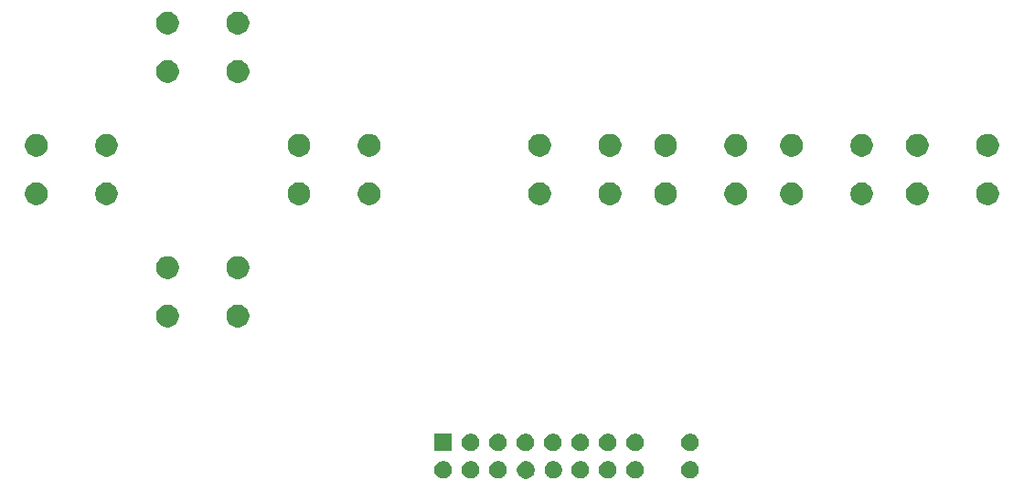
<source format=gbr>
G04 #@! TF.GenerationSoftware,KiCad,Pcbnew,5.1.4-3.fc30*
G04 #@! TF.CreationDate,2019-09-22T10:18:06+02:00*
G04 #@! TF.ProjectId,keyboard_lab1,6b657962-6f61-4726-945f-6c6162312e6b,1.0*
G04 #@! TF.SameCoordinates,Original*
G04 #@! TF.FileFunction,Soldermask,Bot*
G04 #@! TF.FilePolarity,Negative*
%FSLAX46Y46*%
G04 Gerber Fmt 4.6, Leading zero omitted, Abs format (unit mm)*
G04 Created by KiCad (PCBNEW 5.1.4-3.fc30) date 2019-09-22 10:18:06*
%MOMM*%
%LPD*%
G04 APERTURE LIST*
%ADD10C,0.100000*%
G04 APERTURE END LIST*
D10*
G36*
X126269142Y-121161242D02*
G01*
X126417101Y-121222529D01*
X126550255Y-121311499D01*
X126663501Y-121424745D01*
X126752471Y-121557899D01*
X126813758Y-121705858D01*
X126845000Y-121862925D01*
X126845000Y-122023075D01*
X126813758Y-122180142D01*
X126752471Y-122328101D01*
X126663501Y-122461255D01*
X126550255Y-122574501D01*
X126417101Y-122663471D01*
X126269142Y-122724758D01*
X126112075Y-122756000D01*
X125951925Y-122756000D01*
X125794858Y-122724758D01*
X125646899Y-122663471D01*
X125513745Y-122574501D01*
X125400499Y-122461255D01*
X125311529Y-122328101D01*
X125250242Y-122180142D01*
X125219000Y-122023075D01*
X125219000Y-121862925D01*
X125250242Y-121705858D01*
X125311529Y-121557899D01*
X125400499Y-121424745D01*
X125513745Y-121311499D01*
X125646899Y-121222529D01*
X125794858Y-121161242D01*
X125951925Y-121130000D01*
X126112075Y-121130000D01*
X126269142Y-121161242D01*
X126269142Y-121161242D01*
G37*
G36*
X141479142Y-121151242D02*
G01*
X141627101Y-121212529D01*
X141760255Y-121301499D01*
X141873501Y-121414745D01*
X141962471Y-121547899D01*
X142023758Y-121695858D01*
X142055000Y-121852925D01*
X142055000Y-122013075D01*
X142023758Y-122170142D01*
X141962471Y-122318101D01*
X141873501Y-122451255D01*
X141760255Y-122564501D01*
X141627101Y-122653471D01*
X141479142Y-122714758D01*
X141322075Y-122746000D01*
X141161925Y-122746000D01*
X141004858Y-122714758D01*
X140856899Y-122653471D01*
X140723745Y-122564501D01*
X140610499Y-122451255D01*
X140521529Y-122318101D01*
X140460242Y-122170142D01*
X140429000Y-122013075D01*
X140429000Y-121852925D01*
X140460242Y-121695858D01*
X140521529Y-121547899D01*
X140610499Y-121414745D01*
X140723745Y-121301499D01*
X140856899Y-121212529D01*
X141004858Y-121151242D01*
X141161925Y-121120000D01*
X141322075Y-121120000D01*
X141479142Y-121151242D01*
X141479142Y-121151242D01*
G37*
G36*
X118619142Y-121151242D02*
G01*
X118767101Y-121212529D01*
X118900255Y-121301499D01*
X119013501Y-121414745D01*
X119102471Y-121547899D01*
X119163758Y-121695858D01*
X119195000Y-121852925D01*
X119195000Y-122013075D01*
X119163758Y-122170142D01*
X119102471Y-122318101D01*
X119013501Y-122451255D01*
X118900255Y-122564501D01*
X118767101Y-122653471D01*
X118619142Y-122714758D01*
X118462075Y-122746000D01*
X118301925Y-122746000D01*
X118144858Y-122714758D01*
X117996899Y-122653471D01*
X117863745Y-122564501D01*
X117750499Y-122451255D01*
X117661529Y-122318101D01*
X117600242Y-122170142D01*
X117569000Y-122013075D01*
X117569000Y-121852925D01*
X117600242Y-121695858D01*
X117661529Y-121547899D01*
X117750499Y-121414745D01*
X117863745Y-121301499D01*
X117996899Y-121212529D01*
X118144858Y-121151242D01*
X118301925Y-121120000D01*
X118462075Y-121120000D01*
X118619142Y-121151242D01*
X118619142Y-121151242D01*
G37*
G36*
X121159142Y-121151242D02*
G01*
X121307101Y-121212529D01*
X121440255Y-121301499D01*
X121553501Y-121414745D01*
X121642471Y-121547899D01*
X121703758Y-121695858D01*
X121735000Y-121852925D01*
X121735000Y-122013075D01*
X121703758Y-122170142D01*
X121642471Y-122318101D01*
X121553501Y-122451255D01*
X121440255Y-122564501D01*
X121307101Y-122653471D01*
X121159142Y-122714758D01*
X121002075Y-122746000D01*
X120841925Y-122746000D01*
X120684858Y-122714758D01*
X120536899Y-122653471D01*
X120403745Y-122564501D01*
X120290499Y-122451255D01*
X120201529Y-122318101D01*
X120140242Y-122170142D01*
X120109000Y-122013075D01*
X120109000Y-121852925D01*
X120140242Y-121695858D01*
X120201529Y-121547899D01*
X120290499Y-121414745D01*
X120403745Y-121301499D01*
X120536899Y-121212529D01*
X120684858Y-121151242D01*
X120841925Y-121120000D01*
X121002075Y-121120000D01*
X121159142Y-121151242D01*
X121159142Y-121151242D01*
G37*
G36*
X123699142Y-121151242D02*
G01*
X123847101Y-121212529D01*
X123980255Y-121301499D01*
X124093501Y-121414745D01*
X124182471Y-121547899D01*
X124243758Y-121695858D01*
X124275000Y-121852925D01*
X124275000Y-122013075D01*
X124243758Y-122170142D01*
X124182471Y-122318101D01*
X124093501Y-122451255D01*
X123980255Y-122564501D01*
X123847101Y-122653471D01*
X123699142Y-122714758D01*
X123542075Y-122746000D01*
X123381925Y-122746000D01*
X123224858Y-122714758D01*
X123076899Y-122653471D01*
X122943745Y-122564501D01*
X122830499Y-122451255D01*
X122741529Y-122318101D01*
X122680242Y-122170142D01*
X122649000Y-122013075D01*
X122649000Y-121852925D01*
X122680242Y-121695858D01*
X122741529Y-121547899D01*
X122830499Y-121414745D01*
X122943745Y-121301499D01*
X123076899Y-121212529D01*
X123224858Y-121151242D01*
X123381925Y-121120000D01*
X123542075Y-121120000D01*
X123699142Y-121151242D01*
X123699142Y-121151242D01*
G37*
G36*
X128819142Y-121151242D02*
G01*
X128967101Y-121212529D01*
X129100255Y-121301499D01*
X129213501Y-121414745D01*
X129302471Y-121547899D01*
X129363758Y-121695858D01*
X129395000Y-121852925D01*
X129395000Y-122013075D01*
X129363758Y-122170142D01*
X129302471Y-122318101D01*
X129213501Y-122451255D01*
X129100255Y-122564501D01*
X128967101Y-122653471D01*
X128819142Y-122714758D01*
X128662075Y-122746000D01*
X128501925Y-122746000D01*
X128344858Y-122714758D01*
X128196899Y-122653471D01*
X128063745Y-122564501D01*
X127950499Y-122451255D01*
X127861529Y-122318101D01*
X127800242Y-122170142D01*
X127769000Y-122013075D01*
X127769000Y-121852925D01*
X127800242Y-121695858D01*
X127861529Y-121547899D01*
X127950499Y-121414745D01*
X128063745Y-121301499D01*
X128196899Y-121212529D01*
X128344858Y-121151242D01*
X128501925Y-121120000D01*
X128662075Y-121120000D01*
X128819142Y-121151242D01*
X128819142Y-121151242D01*
G37*
G36*
X131319142Y-121151242D02*
G01*
X131467101Y-121212529D01*
X131600255Y-121301499D01*
X131713501Y-121414745D01*
X131802471Y-121547899D01*
X131863758Y-121695858D01*
X131895000Y-121852925D01*
X131895000Y-122013075D01*
X131863758Y-122170142D01*
X131802471Y-122318101D01*
X131713501Y-122451255D01*
X131600255Y-122564501D01*
X131467101Y-122653471D01*
X131319142Y-122714758D01*
X131162075Y-122746000D01*
X131001925Y-122746000D01*
X130844858Y-122714758D01*
X130696899Y-122653471D01*
X130563745Y-122564501D01*
X130450499Y-122451255D01*
X130361529Y-122318101D01*
X130300242Y-122170142D01*
X130269000Y-122013075D01*
X130269000Y-121852925D01*
X130300242Y-121695858D01*
X130361529Y-121547899D01*
X130450499Y-121414745D01*
X130563745Y-121301499D01*
X130696899Y-121212529D01*
X130844858Y-121151242D01*
X131001925Y-121120000D01*
X131162075Y-121120000D01*
X131319142Y-121151242D01*
X131319142Y-121151242D01*
G37*
G36*
X133859142Y-121151242D02*
G01*
X134007101Y-121212529D01*
X134140255Y-121301499D01*
X134253501Y-121414745D01*
X134342471Y-121547899D01*
X134403758Y-121695858D01*
X134435000Y-121852925D01*
X134435000Y-122013075D01*
X134403758Y-122170142D01*
X134342471Y-122318101D01*
X134253501Y-122451255D01*
X134140255Y-122564501D01*
X134007101Y-122653471D01*
X133859142Y-122714758D01*
X133702075Y-122746000D01*
X133541925Y-122746000D01*
X133384858Y-122714758D01*
X133236899Y-122653471D01*
X133103745Y-122564501D01*
X132990499Y-122451255D01*
X132901529Y-122318101D01*
X132840242Y-122170142D01*
X132809000Y-122013075D01*
X132809000Y-121852925D01*
X132840242Y-121695858D01*
X132901529Y-121547899D01*
X132990499Y-121414745D01*
X133103745Y-121301499D01*
X133236899Y-121212529D01*
X133384858Y-121151242D01*
X133541925Y-121120000D01*
X133702075Y-121120000D01*
X133859142Y-121151242D01*
X133859142Y-121151242D01*
G37*
G36*
X136399142Y-121151242D02*
G01*
X136547101Y-121212529D01*
X136680255Y-121301499D01*
X136793501Y-121414745D01*
X136882471Y-121547899D01*
X136943758Y-121695858D01*
X136975000Y-121852925D01*
X136975000Y-122013075D01*
X136943758Y-122170142D01*
X136882471Y-122318101D01*
X136793501Y-122451255D01*
X136680255Y-122564501D01*
X136547101Y-122653471D01*
X136399142Y-122714758D01*
X136242075Y-122746000D01*
X136081925Y-122746000D01*
X135924858Y-122714758D01*
X135776899Y-122653471D01*
X135643745Y-122564501D01*
X135530499Y-122451255D01*
X135441529Y-122318101D01*
X135380242Y-122170142D01*
X135349000Y-122013075D01*
X135349000Y-121852925D01*
X135380242Y-121695858D01*
X135441529Y-121547899D01*
X135530499Y-121414745D01*
X135643745Y-121301499D01*
X135776899Y-121212529D01*
X135924858Y-121151242D01*
X136081925Y-121120000D01*
X136242075Y-121120000D01*
X136399142Y-121151242D01*
X136399142Y-121151242D01*
G37*
G36*
X126239142Y-118611242D02*
G01*
X126387101Y-118672529D01*
X126520255Y-118761499D01*
X126633501Y-118874745D01*
X126722471Y-119007899D01*
X126783758Y-119155858D01*
X126815000Y-119312925D01*
X126815000Y-119473075D01*
X126783758Y-119630142D01*
X126722471Y-119778101D01*
X126633501Y-119911255D01*
X126520255Y-120024501D01*
X126387101Y-120113471D01*
X126239142Y-120174758D01*
X126082075Y-120206000D01*
X125921925Y-120206000D01*
X125764858Y-120174758D01*
X125616899Y-120113471D01*
X125483745Y-120024501D01*
X125370499Y-119911255D01*
X125281529Y-119778101D01*
X125220242Y-119630142D01*
X125189000Y-119473075D01*
X125189000Y-119312925D01*
X125220242Y-119155858D01*
X125281529Y-119007899D01*
X125370499Y-118874745D01*
X125483745Y-118761499D01*
X125616899Y-118672529D01*
X125764858Y-118611242D01*
X125921925Y-118580000D01*
X126082075Y-118580000D01*
X126239142Y-118611242D01*
X126239142Y-118611242D01*
G37*
G36*
X119195000Y-120206000D02*
G01*
X117569000Y-120206000D01*
X117569000Y-118580000D01*
X119195000Y-118580000D01*
X119195000Y-120206000D01*
X119195000Y-120206000D01*
G37*
G36*
X121159142Y-118611242D02*
G01*
X121307101Y-118672529D01*
X121440255Y-118761499D01*
X121553501Y-118874745D01*
X121642471Y-119007899D01*
X121703758Y-119155858D01*
X121735000Y-119312925D01*
X121735000Y-119473075D01*
X121703758Y-119630142D01*
X121642471Y-119778101D01*
X121553501Y-119911255D01*
X121440255Y-120024501D01*
X121307101Y-120113471D01*
X121159142Y-120174758D01*
X121002075Y-120206000D01*
X120841925Y-120206000D01*
X120684858Y-120174758D01*
X120536899Y-120113471D01*
X120403745Y-120024501D01*
X120290499Y-119911255D01*
X120201529Y-119778101D01*
X120140242Y-119630142D01*
X120109000Y-119473075D01*
X120109000Y-119312925D01*
X120140242Y-119155858D01*
X120201529Y-119007899D01*
X120290499Y-118874745D01*
X120403745Y-118761499D01*
X120536899Y-118672529D01*
X120684858Y-118611242D01*
X120841925Y-118580000D01*
X121002075Y-118580000D01*
X121159142Y-118611242D01*
X121159142Y-118611242D01*
G37*
G36*
X123699142Y-118611242D02*
G01*
X123847101Y-118672529D01*
X123980255Y-118761499D01*
X124093501Y-118874745D01*
X124182471Y-119007899D01*
X124243758Y-119155858D01*
X124275000Y-119312925D01*
X124275000Y-119473075D01*
X124243758Y-119630142D01*
X124182471Y-119778101D01*
X124093501Y-119911255D01*
X123980255Y-120024501D01*
X123847101Y-120113471D01*
X123699142Y-120174758D01*
X123542075Y-120206000D01*
X123381925Y-120206000D01*
X123224858Y-120174758D01*
X123076899Y-120113471D01*
X122943745Y-120024501D01*
X122830499Y-119911255D01*
X122741529Y-119778101D01*
X122680242Y-119630142D01*
X122649000Y-119473075D01*
X122649000Y-119312925D01*
X122680242Y-119155858D01*
X122741529Y-119007899D01*
X122830499Y-118874745D01*
X122943745Y-118761499D01*
X123076899Y-118672529D01*
X123224858Y-118611242D01*
X123381925Y-118580000D01*
X123542075Y-118580000D01*
X123699142Y-118611242D01*
X123699142Y-118611242D01*
G37*
G36*
X128779142Y-118611242D02*
G01*
X128927101Y-118672529D01*
X129060255Y-118761499D01*
X129173501Y-118874745D01*
X129262471Y-119007899D01*
X129323758Y-119155858D01*
X129355000Y-119312925D01*
X129355000Y-119473075D01*
X129323758Y-119630142D01*
X129262471Y-119778101D01*
X129173501Y-119911255D01*
X129060255Y-120024501D01*
X128927101Y-120113471D01*
X128779142Y-120174758D01*
X128622075Y-120206000D01*
X128461925Y-120206000D01*
X128304858Y-120174758D01*
X128156899Y-120113471D01*
X128023745Y-120024501D01*
X127910499Y-119911255D01*
X127821529Y-119778101D01*
X127760242Y-119630142D01*
X127729000Y-119473075D01*
X127729000Y-119312925D01*
X127760242Y-119155858D01*
X127821529Y-119007899D01*
X127910499Y-118874745D01*
X128023745Y-118761499D01*
X128156899Y-118672529D01*
X128304858Y-118611242D01*
X128461925Y-118580000D01*
X128622075Y-118580000D01*
X128779142Y-118611242D01*
X128779142Y-118611242D01*
G37*
G36*
X133859142Y-118611242D02*
G01*
X134007101Y-118672529D01*
X134140255Y-118761499D01*
X134253501Y-118874745D01*
X134342471Y-119007899D01*
X134403758Y-119155858D01*
X134435000Y-119312925D01*
X134435000Y-119473075D01*
X134403758Y-119630142D01*
X134342471Y-119778101D01*
X134253501Y-119911255D01*
X134140255Y-120024501D01*
X134007101Y-120113471D01*
X133859142Y-120174758D01*
X133702075Y-120206000D01*
X133541925Y-120206000D01*
X133384858Y-120174758D01*
X133236899Y-120113471D01*
X133103745Y-120024501D01*
X132990499Y-119911255D01*
X132901529Y-119778101D01*
X132840242Y-119630142D01*
X132809000Y-119473075D01*
X132809000Y-119312925D01*
X132840242Y-119155858D01*
X132901529Y-119007899D01*
X132990499Y-118874745D01*
X133103745Y-118761499D01*
X133236899Y-118672529D01*
X133384858Y-118611242D01*
X133541925Y-118580000D01*
X133702075Y-118580000D01*
X133859142Y-118611242D01*
X133859142Y-118611242D01*
G37*
G36*
X131319142Y-118611242D02*
G01*
X131467101Y-118672529D01*
X131600255Y-118761499D01*
X131713501Y-118874745D01*
X131802471Y-119007899D01*
X131863758Y-119155858D01*
X131895000Y-119312925D01*
X131895000Y-119473075D01*
X131863758Y-119630142D01*
X131802471Y-119778101D01*
X131713501Y-119911255D01*
X131600255Y-120024501D01*
X131467101Y-120113471D01*
X131319142Y-120174758D01*
X131162075Y-120206000D01*
X131001925Y-120206000D01*
X130844858Y-120174758D01*
X130696899Y-120113471D01*
X130563745Y-120024501D01*
X130450499Y-119911255D01*
X130361529Y-119778101D01*
X130300242Y-119630142D01*
X130269000Y-119473075D01*
X130269000Y-119312925D01*
X130300242Y-119155858D01*
X130361529Y-119007899D01*
X130450499Y-118874745D01*
X130563745Y-118761499D01*
X130696899Y-118672529D01*
X130844858Y-118611242D01*
X131001925Y-118580000D01*
X131162075Y-118580000D01*
X131319142Y-118611242D01*
X131319142Y-118611242D01*
G37*
G36*
X136399142Y-118611242D02*
G01*
X136547101Y-118672529D01*
X136680255Y-118761499D01*
X136793501Y-118874745D01*
X136882471Y-119007899D01*
X136943758Y-119155858D01*
X136975000Y-119312925D01*
X136975000Y-119473075D01*
X136943758Y-119630142D01*
X136882471Y-119778101D01*
X136793501Y-119911255D01*
X136680255Y-120024501D01*
X136547101Y-120113471D01*
X136399142Y-120174758D01*
X136242075Y-120206000D01*
X136081925Y-120206000D01*
X135924858Y-120174758D01*
X135776899Y-120113471D01*
X135643745Y-120024501D01*
X135530499Y-119911255D01*
X135441529Y-119778101D01*
X135380242Y-119630142D01*
X135349000Y-119473075D01*
X135349000Y-119312925D01*
X135380242Y-119155858D01*
X135441529Y-119007899D01*
X135530499Y-118874745D01*
X135643745Y-118761499D01*
X135776899Y-118672529D01*
X135924858Y-118611242D01*
X136081925Y-118580000D01*
X136242075Y-118580000D01*
X136399142Y-118611242D01*
X136399142Y-118611242D01*
G37*
G36*
X141479142Y-118611242D02*
G01*
X141627101Y-118672529D01*
X141760255Y-118761499D01*
X141873501Y-118874745D01*
X141962471Y-119007899D01*
X142023758Y-119155858D01*
X142055000Y-119312925D01*
X142055000Y-119473075D01*
X142023758Y-119630142D01*
X141962471Y-119778101D01*
X141873501Y-119911255D01*
X141760255Y-120024501D01*
X141627101Y-120113471D01*
X141479142Y-120174758D01*
X141322075Y-120206000D01*
X141161925Y-120206000D01*
X141004858Y-120174758D01*
X140856899Y-120113471D01*
X140723745Y-120024501D01*
X140610499Y-119911255D01*
X140521529Y-119778101D01*
X140460242Y-119630142D01*
X140429000Y-119473075D01*
X140429000Y-119312925D01*
X140460242Y-119155858D01*
X140521529Y-119007899D01*
X140610499Y-118874745D01*
X140723745Y-118761499D01*
X140856899Y-118672529D01*
X141004858Y-118611242D01*
X141161925Y-118580000D01*
X141322075Y-118580000D01*
X141479142Y-118611242D01*
X141479142Y-118611242D01*
G37*
G36*
X93170564Y-106646389D02*
G01*
X93361833Y-106725615D01*
X93361835Y-106725616D01*
X93533973Y-106840635D01*
X93680365Y-106987027D01*
X93795385Y-107159167D01*
X93874611Y-107350436D01*
X93915000Y-107553484D01*
X93915000Y-107760516D01*
X93874611Y-107963564D01*
X93795385Y-108154833D01*
X93795384Y-108154835D01*
X93680365Y-108326973D01*
X93533973Y-108473365D01*
X93361835Y-108588384D01*
X93361834Y-108588385D01*
X93361833Y-108588385D01*
X93170564Y-108667611D01*
X92967516Y-108708000D01*
X92760484Y-108708000D01*
X92557436Y-108667611D01*
X92366167Y-108588385D01*
X92366166Y-108588385D01*
X92366165Y-108588384D01*
X92194027Y-108473365D01*
X92047635Y-108326973D01*
X91932616Y-108154835D01*
X91932615Y-108154833D01*
X91853389Y-107963564D01*
X91813000Y-107760516D01*
X91813000Y-107553484D01*
X91853389Y-107350436D01*
X91932615Y-107159167D01*
X92047635Y-106987027D01*
X92194027Y-106840635D01*
X92366165Y-106725616D01*
X92366167Y-106725615D01*
X92557436Y-106646389D01*
X92760484Y-106606000D01*
X92967516Y-106606000D01*
X93170564Y-106646389D01*
X93170564Y-106646389D01*
G37*
G36*
X99670564Y-106646389D02*
G01*
X99861833Y-106725615D01*
X99861835Y-106725616D01*
X100033973Y-106840635D01*
X100180365Y-106987027D01*
X100295385Y-107159167D01*
X100374611Y-107350436D01*
X100415000Y-107553484D01*
X100415000Y-107760516D01*
X100374611Y-107963564D01*
X100295385Y-108154833D01*
X100295384Y-108154835D01*
X100180365Y-108326973D01*
X100033973Y-108473365D01*
X99861835Y-108588384D01*
X99861834Y-108588385D01*
X99861833Y-108588385D01*
X99670564Y-108667611D01*
X99467516Y-108708000D01*
X99260484Y-108708000D01*
X99057436Y-108667611D01*
X98866167Y-108588385D01*
X98866166Y-108588385D01*
X98866165Y-108588384D01*
X98694027Y-108473365D01*
X98547635Y-108326973D01*
X98432616Y-108154835D01*
X98432615Y-108154833D01*
X98353389Y-107963564D01*
X98313000Y-107760516D01*
X98313000Y-107553484D01*
X98353389Y-107350436D01*
X98432615Y-107159167D01*
X98547635Y-106987027D01*
X98694027Y-106840635D01*
X98866165Y-106725616D01*
X98866167Y-106725615D01*
X99057436Y-106646389D01*
X99260484Y-106606000D01*
X99467516Y-106606000D01*
X99670564Y-106646389D01*
X99670564Y-106646389D01*
G37*
G36*
X99670564Y-102146389D02*
G01*
X99861833Y-102225615D01*
X99861835Y-102225616D01*
X100033973Y-102340635D01*
X100180365Y-102487027D01*
X100295385Y-102659167D01*
X100374611Y-102850436D01*
X100415000Y-103053484D01*
X100415000Y-103260516D01*
X100374611Y-103463564D01*
X100295385Y-103654833D01*
X100295384Y-103654835D01*
X100180365Y-103826973D01*
X100033973Y-103973365D01*
X99861835Y-104088384D01*
X99861834Y-104088385D01*
X99861833Y-104088385D01*
X99670564Y-104167611D01*
X99467516Y-104208000D01*
X99260484Y-104208000D01*
X99057436Y-104167611D01*
X98866167Y-104088385D01*
X98866166Y-104088385D01*
X98866165Y-104088384D01*
X98694027Y-103973365D01*
X98547635Y-103826973D01*
X98432616Y-103654835D01*
X98432615Y-103654833D01*
X98353389Y-103463564D01*
X98313000Y-103260516D01*
X98313000Y-103053484D01*
X98353389Y-102850436D01*
X98432615Y-102659167D01*
X98547635Y-102487027D01*
X98694027Y-102340635D01*
X98866165Y-102225616D01*
X98866167Y-102225615D01*
X99057436Y-102146389D01*
X99260484Y-102106000D01*
X99467516Y-102106000D01*
X99670564Y-102146389D01*
X99670564Y-102146389D01*
G37*
G36*
X93170564Y-102146389D02*
G01*
X93361833Y-102225615D01*
X93361835Y-102225616D01*
X93533973Y-102340635D01*
X93680365Y-102487027D01*
X93795385Y-102659167D01*
X93874611Y-102850436D01*
X93915000Y-103053484D01*
X93915000Y-103260516D01*
X93874611Y-103463564D01*
X93795385Y-103654833D01*
X93795384Y-103654835D01*
X93680365Y-103826973D01*
X93533973Y-103973365D01*
X93361835Y-104088384D01*
X93361834Y-104088385D01*
X93361833Y-104088385D01*
X93170564Y-104167611D01*
X92967516Y-104208000D01*
X92760484Y-104208000D01*
X92557436Y-104167611D01*
X92366167Y-104088385D01*
X92366166Y-104088385D01*
X92366165Y-104088384D01*
X92194027Y-103973365D01*
X92047635Y-103826973D01*
X91932616Y-103654835D01*
X91932615Y-103654833D01*
X91853389Y-103463564D01*
X91813000Y-103260516D01*
X91813000Y-103053484D01*
X91853389Y-102850436D01*
X91932615Y-102659167D01*
X92047635Y-102487027D01*
X92194027Y-102340635D01*
X92366165Y-102225616D01*
X92366167Y-102225615D01*
X92557436Y-102146389D01*
X92760484Y-102106000D01*
X92967516Y-102106000D01*
X93170564Y-102146389D01*
X93170564Y-102146389D01*
G37*
G36*
X127629564Y-95303989D02*
G01*
X127820833Y-95383215D01*
X127820835Y-95383216D01*
X127992973Y-95498235D01*
X128139365Y-95644627D01*
X128254385Y-95816767D01*
X128333611Y-96008036D01*
X128374000Y-96211084D01*
X128374000Y-96418116D01*
X128333611Y-96621164D01*
X128254385Y-96812433D01*
X128254384Y-96812435D01*
X128139365Y-96984573D01*
X127992973Y-97130965D01*
X127820835Y-97245984D01*
X127820834Y-97245985D01*
X127820833Y-97245985D01*
X127629564Y-97325211D01*
X127426516Y-97365600D01*
X127219484Y-97365600D01*
X127016436Y-97325211D01*
X126825167Y-97245985D01*
X126825166Y-97245985D01*
X126825165Y-97245984D01*
X126653027Y-97130965D01*
X126506635Y-96984573D01*
X126391616Y-96812435D01*
X126391615Y-96812433D01*
X126312389Y-96621164D01*
X126272000Y-96418116D01*
X126272000Y-96211084D01*
X126312389Y-96008036D01*
X126391615Y-95816767D01*
X126506635Y-95644627D01*
X126653027Y-95498235D01*
X126825165Y-95383216D01*
X126825167Y-95383215D01*
X127016436Y-95303989D01*
X127219484Y-95263600D01*
X127426516Y-95263600D01*
X127629564Y-95303989D01*
X127629564Y-95303989D01*
G37*
G36*
X105332564Y-95303989D02*
G01*
X105523833Y-95383215D01*
X105523835Y-95383216D01*
X105695973Y-95498235D01*
X105842365Y-95644627D01*
X105957385Y-95816767D01*
X106036611Y-96008036D01*
X106077000Y-96211084D01*
X106077000Y-96418116D01*
X106036611Y-96621164D01*
X105957385Y-96812433D01*
X105957384Y-96812435D01*
X105842365Y-96984573D01*
X105695973Y-97130965D01*
X105523835Y-97245984D01*
X105523834Y-97245985D01*
X105523833Y-97245985D01*
X105332564Y-97325211D01*
X105129516Y-97365600D01*
X104922484Y-97365600D01*
X104719436Y-97325211D01*
X104528167Y-97245985D01*
X104528166Y-97245985D01*
X104528165Y-97245984D01*
X104356027Y-97130965D01*
X104209635Y-96984573D01*
X104094616Y-96812435D01*
X104094615Y-96812433D01*
X104015389Y-96621164D01*
X103975000Y-96418116D01*
X103975000Y-96211084D01*
X104015389Y-96008036D01*
X104094615Y-95816767D01*
X104209635Y-95644627D01*
X104356027Y-95498235D01*
X104528165Y-95383216D01*
X104528167Y-95383215D01*
X104719436Y-95303989D01*
X104922484Y-95263600D01*
X105129516Y-95263600D01*
X105332564Y-95303989D01*
X105332564Y-95303989D01*
G37*
G36*
X111832564Y-95303989D02*
G01*
X112023833Y-95383215D01*
X112023835Y-95383216D01*
X112195973Y-95498235D01*
X112342365Y-95644627D01*
X112457385Y-95816767D01*
X112536611Y-96008036D01*
X112577000Y-96211084D01*
X112577000Y-96418116D01*
X112536611Y-96621164D01*
X112457385Y-96812433D01*
X112457384Y-96812435D01*
X112342365Y-96984573D01*
X112195973Y-97130965D01*
X112023835Y-97245984D01*
X112023834Y-97245985D01*
X112023833Y-97245985D01*
X111832564Y-97325211D01*
X111629516Y-97365600D01*
X111422484Y-97365600D01*
X111219436Y-97325211D01*
X111028167Y-97245985D01*
X111028166Y-97245985D01*
X111028165Y-97245984D01*
X110856027Y-97130965D01*
X110709635Y-96984573D01*
X110594616Y-96812435D01*
X110594615Y-96812433D01*
X110515389Y-96621164D01*
X110475000Y-96418116D01*
X110475000Y-96211084D01*
X110515389Y-96008036D01*
X110594615Y-95816767D01*
X110709635Y-95644627D01*
X110856027Y-95498235D01*
X111028165Y-95383216D01*
X111028167Y-95383215D01*
X111219436Y-95303989D01*
X111422484Y-95263600D01*
X111629516Y-95263600D01*
X111832564Y-95303989D01*
X111832564Y-95303989D01*
G37*
G36*
X162599564Y-95303989D02*
G01*
X162790833Y-95383215D01*
X162790835Y-95383216D01*
X162962973Y-95498235D01*
X163109365Y-95644627D01*
X163224385Y-95816767D01*
X163303611Y-96008036D01*
X163344000Y-96211084D01*
X163344000Y-96418116D01*
X163303611Y-96621164D01*
X163224385Y-96812433D01*
X163224384Y-96812435D01*
X163109365Y-96984573D01*
X162962973Y-97130965D01*
X162790835Y-97245984D01*
X162790834Y-97245985D01*
X162790833Y-97245985D01*
X162599564Y-97325211D01*
X162396516Y-97365600D01*
X162189484Y-97365600D01*
X161986436Y-97325211D01*
X161795167Y-97245985D01*
X161795166Y-97245985D01*
X161795165Y-97245984D01*
X161623027Y-97130965D01*
X161476635Y-96984573D01*
X161361616Y-96812435D01*
X161361615Y-96812433D01*
X161282389Y-96621164D01*
X161242000Y-96418116D01*
X161242000Y-96211084D01*
X161282389Y-96008036D01*
X161361615Y-95816767D01*
X161476635Y-95644627D01*
X161623027Y-95498235D01*
X161795165Y-95383216D01*
X161795167Y-95383215D01*
X161986436Y-95303989D01*
X162189484Y-95263600D01*
X162396516Y-95263600D01*
X162599564Y-95303989D01*
X162599564Y-95303989D01*
G37*
G36*
X134129564Y-95303989D02*
G01*
X134320833Y-95383215D01*
X134320835Y-95383216D01*
X134492973Y-95498235D01*
X134639365Y-95644627D01*
X134754385Y-95816767D01*
X134833611Y-96008036D01*
X134874000Y-96211084D01*
X134874000Y-96418116D01*
X134833611Y-96621164D01*
X134754385Y-96812433D01*
X134754384Y-96812435D01*
X134639365Y-96984573D01*
X134492973Y-97130965D01*
X134320835Y-97245984D01*
X134320834Y-97245985D01*
X134320833Y-97245985D01*
X134129564Y-97325211D01*
X133926516Y-97365600D01*
X133719484Y-97365600D01*
X133516436Y-97325211D01*
X133325167Y-97245985D01*
X133325166Y-97245985D01*
X133325165Y-97245984D01*
X133153027Y-97130965D01*
X133006635Y-96984573D01*
X132891616Y-96812435D01*
X132891615Y-96812433D01*
X132812389Y-96621164D01*
X132772000Y-96418116D01*
X132772000Y-96211084D01*
X132812389Y-96008036D01*
X132891615Y-95816767D01*
X133006635Y-95644627D01*
X133153027Y-95498235D01*
X133325165Y-95383216D01*
X133325167Y-95383215D01*
X133516436Y-95303989D01*
X133719484Y-95263600D01*
X133926516Y-95263600D01*
X134129564Y-95303989D01*
X134129564Y-95303989D01*
G37*
G36*
X157442564Y-95303989D02*
G01*
X157633833Y-95383215D01*
X157633835Y-95383216D01*
X157805973Y-95498235D01*
X157952365Y-95644627D01*
X158067385Y-95816767D01*
X158146611Y-96008036D01*
X158187000Y-96211084D01*
X158187000Y-96418116D01*
X158146611Y-96621164D01*
X158067385Y-96812433D01*
X158067384Y-96812435D01*
X157952365Y-96984573D01*
X157805973Y-97130965D01*
X157633835Y-97245984D01*
X157633834Y-97245985D01*
X157633833Y-97245985D01*
X157442564Y-97325211D01*
X157239516Y-97365600D01*
X157032484Y-97365600D01*
X156829436Y-97325211D01*
X156638167Y-97245985D01*
X156638166Y-97245985D01*
X156638165Y-97245984D01*
X156466027Y-97130965D01*
X156319635Y-96984573D01*
X156204616Y-96812435D01*
X156204615Y-96812433D01*
X156125389Y-96621164D01*
X156085000Y-96418116D01*
X156085000Y-96211084D01*
X156125389Y-96008036D01*
X156204615Y-95816767D01*
X156319635Y-95644627D01*
X156466027Y-95498235D01*
X156638165Y-95383216D01*
X156638167Y-95383215D01*
X156829436Y-95303989D01*
X157032484Y-95263600D01*
X157239516Y-95263600D01*
X157442564Y-95303989D01*
X157442564Y-95303989D01*
G37*
G36*
X139285564Y-95303989D02*
G01*
X139476833Y-95383215D01*
X139476835Y-95383216D01*
X139648973Y-95498235D01*
X139795365Y-95644627D01*
X139910385Y-95816767D01*
X139989611Y-96008036D01*
X140030000Y-96211084D01*
X140030000Y-96418116D01*
X139989611Y-96621164D01*
X139910385Y-96812433D01*
X139910384Y-96812435D01*
X139795365Y-96984573D01*
X139648973Y-97130965D01*
X139476835Y-97245984D01*
X139476834Y-97245985D01*
X139476833Y-97245985D01*
X139285564Y-97325211D01*
X139082516Y-97365600D01*
X138875484Y-97365600D01*
X138672436Y-97325211D01*
X138481167Y-97245985D01*
X138481166Y-97245985D01*
X138481165Y-97245984D01*
X138309027Y-97130965D01*
X138162635Y-96984573D01*
X138047616Y-96812435D01*
X138047615Y-96812433D01*
X137968389Y-96621164D01*
X137928000Y-96418116D01*
X137928000Y-96211084D01*
X137968389Y-96008036D01*
X138047615Y-95816767D01*
X138162635Y-95644627D01*
X138309027Y-95498235D01*
X138481165Y-95383216D01*
X138481167Y-95383215D01*
X138672436Y-95303989D01*
X138875484Y-95263600D01*
X139082516Y-95263600D01*
X139285564Y-95303989D01*
X139285564Y-95303989D01*
G37*
G36*
X145785564Y-95303989D02*
G01*
X145976833Y-95383215D01*
X145976835Y-95383216D01*
X146148973Y-95498235D01*
X146295365Y-95644627D01*
X146410385Y-95816767D01*
X146489611Y-96008036D01*
X146530000Y-96211084D01*
X146530000Y-96418116D01*
X146489611Y-96621164D01*
X146410385Y-96812433D01*
X146410384Y-96812435D01*
X146295365Y-96984573D01*
X146148973Y-97130965D01*
X145976835Y-97245984D01*
X145976834Y-97245985D01*
X145976833Y-97245985D01*
X145785564Y-97325211D01*
X145582516Y-97365600D01*
X145375484Y-97365600D01*
X145172436Y-97325211D01*
X144981167Y-97245985D01*
X144981166Y-97245985D01*
X144981165Y-97245984D01*
X144809027Y-97130965D01*
X144662635Y-96984573D01*
X144547616Y-96812435D01*
X144547615Y-96812433D01*
X144468389Y-96621164D01*
X144428000Y-96418116D01*
X144428000Y-96211084D01*
X144468389Y-96008036D01*
X144547615Y-95816767D01*
X144662635Y-95644627D01*
X144809027Y-95498235D01*
X144981165Y-95383216D01*
X144981167Y-95383215D01*
X145172436Y-95303989D01*
X145375484Y-95263600D01*
X145582516Y-95263600D01*
X145785564Y-95303989D01*
X145785564Y-95303989D01*
G37*
G36*
X87507564Y-95303989D02*
G01*
X87698833Y-95383215D01*
X87698835Y-95383216D01*
X87870973Y-95498235D01*
X88017365Y-95644627D01*
X88132385Y-95816767D01*
X88211611Y-96008036D01*
X88252000Y-96211084D01*
X88252000Y-96418116D01*
X88211611Y-96621164D01*
X88132385Y-96812433D01*
X88132384Y-96812435D01*
X88017365Y-96984573D01*
X87870973Y-97130965D01*
X87698835Y-97245984D01*
X87698834Y-97245985D01*
X87698833Y-97245985D01*
X87507564Y-97325211D01*
X87304516Y-97365600D01*
X87097484Y-97365600D01*
X86894436Y-97325211D01*
X86703167Y-97245985D01*
X86703166Y-97245985D01*
X86703165Y-97245984D01*
X86531027Y-97130965D01*
X86384635Y-96984573D01*
X86269616Y-96812435D01*
X86269615Y-96812433D01*
X86190389Y-96621164D01*
X86150000Y-96418116D01*
X86150000Y-96211084D01*
X86190389Y-96008036D01*
X86269615Y-95816767D01*
X86384635Y-95644627D01*
X86531027Y-95498235D01*
X86703165Y-95383216D01*
X86703167Y-95383215D01*
X86894436Y-95303989D01*
X87097484Y-95263600D01*
X87304516Y-95263600D01*
X87507564Y-95303989D01*
X87507564Y-95303989D01*
G37*
G36*
X81007564Y-95303989D02*
G01*
X81198833Y-95383215D01*
X81198835Y-95383216D01*
X81370973Y-95498235D01*
X81517365Y-95644627D01*
X81632385Y-95816767D01*
X81711611Y-96008036D01*
X81752000Y-96211084D01*
X81752000Y-96418116D01*
X81711611Y-96621164D01*
X81632385Y-96812433D01*
X81632384Y-96812435D01*
X81517365Y-96984573D01*
X81370973Y-97130965D01*
X81198835Y-97245984D01*
X81198834Y-97245985D01*
X81198833Y-97245985D01*
X81007564Y-97325211D01*
X80804516Y-97365600D01*
X80597484Y-97365600D01*
X80394436Y-97325211D01*
X80203167Y-97245985D01*
X80203166Y-97245985D01*
X80203165Y-97245984D01*
X80031027Y-97130965D01*
X79884635Y-96984573D01*
X79769616Y-96812435D01*
X79769615Y-96812433D01*
X79690389Y-96621164D01*
X79650000Y-96418116D01*
X79650000Y-96211084D01*
X79690389Y-96008036D01*
X79769615Y-95816767D01*
X79884635Y-95644627D01*
X80031027Y-95498235D01*
X80203165Y-95383216D01*
X80203167Y-95383215D01*
X80394436Y-95303989D01*
X80597484Y-95263600D01*
X80804516Y-95263600D01*
X81007564Y-95303989D01*
X81007564Y-95303989D01*
G37*
G36*
X169099564Y-95303989D02*
G01*
X169290833Y-95383215D01*
X169290835Y-95383216D01*
X169462973Y-95498235D01*
X169609365Y-95644627D01*
X169724385Y-95816767D01*
X169803611Y-96008036D01*
X169844000Y-96211084D01*
X169844000Y-96418116D01*
X169803611Y-96621164D01*
X169724385Y-96812433D01*
X169724384Y-96812435D01*
X169609365Y-96984573D01*
X169462973Y-97130965D01*
X169290835Y-97245984D01*
X169290834Y-97245985D01*
X169290833Y-97245985D01*
X169099564Y-97325211D01*
X168896516Y-97365600D01*
X168689484Y-97365600D01*
X168486436Y-97325211D01*
X168295167Y-97245985D01*
X168295166Y-97245985D01*
X168295165Y-97245984D01*
X168123027Y-97130965D01*
X167976635Y-96984573D01*
X167861616Y-96812435D01*
X167861615Y-96812433D01*
X167782389Y-96621164D01*
X167742000Y-96418116D01*
X167742000Y-96211084D01*
X167782389Y-96008036D01*
X167861615Y-95816767D01*
X167976635Y-95644627D01*
X168123027Y-95498235D01*
X168295165Y-95383216D01*
X168295167Y-95383215D01*
X168486436Y-95303989D01*
X168689484Y-95263600D01*
X168896516Y-95263600D01*
X169099564Y-95303989D01*
X169099564Y-95303989D01*
G37*
G36*
X150942564Y-95303989D02*
G01*
X151133833Y-95383215D01*
X151133835Y-95383216D01*
X151305973Y-95498235D01*
X151452365Y-95644627D01*
X151567385Y-95816767D01*
X151646611Y-96008036D01*
X151687000Y-96211084D01*
X151687000Y-96418116D01*
X151646611Y-96621164D01*
X151567385Y-96812433D01*
X151567384Y-96812435D01*
X151452365Y-96984573D01*
X151305973Y-97130965D01*
X151133835Y-97245984D01*
X151133834Y-97245985D01*
X151133833Y-97245985D01*
X150942564Y-97325211D01*
X150739516Y-97365600D01*
X150532484Y-97365600D01*
X150329436Y-97325211D01*
X150138167Y-97245985D01*
X150138166Y-97245985D01*
X150138165Y-97245984D01*
X149966027Y-97130965D01*
X149819635Y-96984573D01*
X149704616Y-96812435D01*
X149704615Y-96812433D01*
X149625389Y-96621164D01*
X149585000Y-96418116D01*
X149585000Y-96211084D01*
X149625389Y-96008036D01*
X149704615Y-95816767D01*
X149819635Y-95644627D01*
X149966027Y-95498235D01*
X150138165Y-95383216D01*
X150138167Y-95383215D01*
X150329436Y-95303989D01*
X150532484Y-95263600D01*
X150739516Y-95263600D01*
X150942564Y-95303989D01*
X150942564Y-95303989D01*
G37*
G36*
X169099564Y-90803989D02*
G01*
X169290833Y-90883215D01*
X169290835Y-90883216D01*
X169462973Y-90998235D01*
X169609365Y-91144627D01*
X169724385Y-91316767D01*
X169803611Y-91508036D01*
X169844000Y-91711084D01*
X169844000Y-91918116D01*
X169803611Y-92121164D01*
X169724385Y-92312433D01*
X169724384Y-92312435D01*
X169609365Y-92484573D01*
X169462973Y-92630965D01*
X169290835Y-92745984D01*
X169290834Y-92745985D01*
X169290833Y-92745985D01*
X169099564Y-92825211D01*
X168896516Y-92865600D01*
X168689484Y-92865600D01*
X168486436Y-92825211D01*
X168295167Y-92745985D01*
X168295166Y-92745985D01*
X168295165Y-92745984D01*
X168123027Y-92630965D01*
X167976635Y-92484573D01*
X167861616Y-92312435D01*
X167861615Y-92312433D01*
X167782389Y-92121164D01*
X167742000Y-91918116D01*
X167742000Y-91711084D01*
X167782389Y-91508036D01*
X167861615Y-91316767D01*
X167976635Y-91144627D01*
X168123027Y-90998235D01*
X168295165Y-90883216D01*
X168295167Y-90883215D01*
X168486436Y-90803989D01*
X168689484Y-90763600D01*
X168896516Y-90763600D01*
X169099564Y-90803989D01*
X169099564Y-90803989D01*
G37*
G36*
X134129564Y-90803989D02*
G01*
X134320833Y-90883215D01*
X134320835Y-90883216D01*
X134492973Y-90998235D01*
X134639365Y-91144627D01*
X134754385Y-91316767D01*
X134833611Y-91508036D01*
X134874000Y-91711084D01*
X134874000Y-91918116D01*
X134833611Y-92121164D01*
X134754385Y-92312433D01*
X134754384Y-92312435D01*
X134639365Y-92484573D01*
X134492973Y-92630965D01*
X134320835Y-92745984D01*
X134320834Y-92745985D01*
X134320833Y-92745985D01*
X134129564Y-92825211D01*
X133926516Y-92865600D01*
X133719484Y-92865600D01*
X133516436Y-92825211D01*
X133325167Y-92745985D01*
X133325166Y-92745985D01*
X133325165Y-92745984D01*
X133153027Y-92630965D01*
X133006635Y-92484573D01*
X132891616Y-92312435D01*
X132891615Y-92312433D01*
X132812389Y-92121164D01*
X132772000Y-91918116D01*
X132772000Y-91711084D01*
X132812389Y-91508036D01*
X132891615Y-91316767D01*
X133006635Y-91144627D01*
X133153027Y-90998235D01*
X133325165Y-90883216D01*
X133325167Y-90883215D01*
X133516436Y-90803989D01*
X133719484Y-90763600D01*
X133926516Y-90763600D01*
X134129564Y-90803989D01*
X134129564Y-90803989D01*
G37*
G36*
X157442564Y-90803989D02*
G01*
X157633833Y-90883215D01*
X157633835Y-90883216D01*
X157805973Y-90998235D01*
X157952365Y-91144627D01*
X158067385Y-91316767D01*
X158146611Y-91508036D01*
X158187000Y-91711084D01*
X158187000Y-91918116D01*
X158146611Y-92121164D01*
X158067385Y-92312433D01*
X158067384Y-92312435D01*
X157952365Y-92484573D01*
X157805973Y-92630965D01*
X157633835Y-92745984D01*
X157633834Y-92745985D01*
X157633833Y-92745985D01*
X157442564Y-92825211D01*
X157239516Y-92865600D01*
X157032484Y-92865600D01*
X156829436Y-92825211D01*
X156638167Y-92745985D01*
X156638166Y-92745985D01*
X156638165Y-92745984D01*
X156466027Y-92630965D01*
X156319635Y-92484573D01*
X156204616Y-92312435D01*
X156204615Y-92312433D01*
X156125389Y-92121164D01*
X156085000Y-91918116D01*
X156085000Y-91711084D01*
X156125389Y-91508036D01*
X156204615Y-91316767D01*
X156319635Y-91144627D01*
X156466027Y-90998235D01*
X156638165Y-90883216D01*
X156638167Y-90883215D01*
X156829436Y-90803989D01*
X157032484Y-90763600D01*
X157239516Y-90763600D01*
X157442564Y-90803989D01*
X157442564Y-90803989D01*
G37*
G36*
X150942564Y-90803989D02*
G01*
X151133833Y-90883215D01*
X151133835Y-90883216D01*
X151305973Y-90998235D01*
X151452365Y-91144627D01*
X151567385Y-91316767D01*
X151646611Y-91508036D01*
X151687000Y-91711084D01*
X151687000Y-91918116D01*
X151646611Y-92121164D01*
X151567385Y-92312433D01*
X151567384Y-92312435D01*
X151452365Y-92484573D01*
X151305973Y-92630965D01*
X151133835Y-92745984D01*
X151133834Y-92745985D01*
X151133833Y-92745985D01*
X150942564Y-92825211D01*
X150739516Y-92865600D01*
X150532484Y-92865600D01*
X150329436Y-92825211D01*
X150138167Y-92745985D01*
X150138166Y-92745985D01*
X150138165Y-92745984D01*
X149966027Y-92630965D01*
X149819635Y-92484573D01*
X149704616Y-92312435D01*
X149704615Y-92312433D01*
X149625389Y-92121164D01*
X149585000Y-91918116D01*
X149585000Y-91711084D01*
X149625389Y-91508036D01*
X149704615Y-91316767D01*
X149819635Y-91144627D01*
X149966027Y-90998235D01*
X150138165Y-90883216D01*
X150138167Y-90883215D01*
X150329436Y-90803989D01*
X150532484Y-90763600D01*
X150739516Y-90763600D01*
X150942564Y-90803989D01*
X150942564Y-90803989D01*
G37*
G36*
X145785564Y-90803989D02*
G01*
X145976833Y-90883215D01*
X145976835Y-90883216D01*
X146148973Y-90998235D01*
X146295365Y-91144627D01*
X146410385Y-91316767D01*
X146489611Y-91508036D01*
X146530000Y-91711084D01*
X146530000Y-91918116D01*
X146489611Y-92121164D01*
X146410385Y-92312433D01*
X146410384Y-92312435D01*
X146295365Y-92484573D01*
X146148973Y-92630965D01*
X145976835Y-92745984D01*
X145976834Y-92745985D01*
X145976833Y-92745985D01*
X145785564Y-92825211D01*
X145582516Y-92865600D01*
X145375484Y-92865600D01*
X145172436Y-92825211D01*
X144981167Y-92745985D01*
X144981166Y-92745985D01*
X144981165Y-92745984D01*
X144809027Y-92630965D01*
X144662635Y-92484573D01*
X144547616Y-92312435D01*
X144547615Y-92312433D01*
X144468389Y-92121164D01*
X144428000Y-91918116D01*
X144428000Y-91711084D01*
X144468389Y-91508036D01*
X144547615Y-91316767D01*
X144662635Y-91144627D01*
X144809027Y-90998235D01*
X144981165Y-90883216D01*
X144981167Y-90883215D01*
X145172436Y-90803989D01*
X145375484Y-90763600D01*
X145582516Y-90763600D01*
X145785564Y-90803989D01*
X145785564Y-90803989D01*
G37*
G36*
X127629564Y-90803989D02*
G01*
X127820833Y-90883215D01*
X127820835Y-90883216D01*
X127992973Y-90998235D01*
X128139365Y-91144627D01*
X128254385Y-91316767D01*
X128333611Y-91508036D01*
X128374000Y-91711084D01*
X128374000Y-91918116D01*
X128333611Y-92121164D01*
X128254385Y-92312433D01*
X128254384Y-92312435D01*
X128139365Y-92484573D01*
X127992973Y-92630965D01*
X127820835Y-92745984D01*
X127820834Y-92745985D01*
X127820833Y-92745985D01*
X127629564Y-92825211D01*
X127426516Y-92865600D01*
X127219484Y-92865600D01*
X127016436Y-92825211D01*
X126825167Y-92745985D01*
X126825166Y-92745985D01*
X126825165Y-92745984D01*
X126653027Y-92630965D01*
X126506635Y-92484573D01*
X126391616Y-92312435D01*
X126391615Y-92312433D01*
X126312389Y-92121164D01*
X126272000Y-91918116D01*
X126272000Y-91711084D01*
X126312389Y-91508036D01*
X126391615Y-91316767D01*
X126506635Y-91144627D01*
X126653027Y-90998235D01*
X126825165Y-90883216D01*
X126825167Y-90883215D01*
X127016436Y-90803989D01*
X127219484Y-90763600D01*
X127426516Y-90763600D01*
X127629564Y-90803989D01*
X127629564Y-90803989D01*
G37*
G36*
X105332564Y-90803989D02*
G01*
X105523833Y-90883215D01*
X105523835Y-90883216D01*
X105695973Y-90998235D01*
X105842365Y-91144627D01*
X105957385Y-91316767D01*
X106036611Y-91508036D01*
X106077000Y-91711084D01*
X106077000Y-91918116D01*
X106036611Y-92121164D01*
X105957385Y-92312433D01*
X105957384Y-92312435D01*
X105842365Y-92484573D01*
X105695973Y-92630965D01*
X105523835Y-92745984D01*
X105523834Y-92745985D01*
X105523833Y-92745985D01*
X105332564Y-92825211D01*
X105129516Y-92865600D01*
X104922484Y-92865600D01*
X104719436Y-92825211D01*
X104528167Y-92745985D01*
X104528166Y-92745985D01*
X104528165Y-92745984D01*
X104356027Y-92630965D01*
X104209635Y-92484573D01*
X104094616Y-92312435D01*
X104094615Y-92312433D01*
X104015389Y-92121164D01*
X103975000Y-91918116D01*
X103975000Y-91711084D01*
X104015389Y-91508036D01*
X104094615Y-91316767D01*
X104209635Y-91144627D01*
X104356027Y-90998235D01*
X104528165Y-90883216D01*
X104528167Y-90883215D01*
X104719436Y-90803989D01*
X104922484Y-90763600D01*
X105129516Y-90763600D01*
X105332564Y-90803989D01*
X105332564Y-90803989D01*
G37*
G36*
X87507564Y-90803989D02*
G01*
X87698833Y-90883215D01*
X87698835Y-90883216D01*
X87870973Y-90998235D01*
X88017365Y-91144627D01*
X88132385Y-91316767D01*
X88211611Y-91508036D01*
X88252000Y-91711084D01*
X88252000Y-91918116D01*
X88211611Y-92121164D01*
X88132385Y-92312433D01*
X88132384Y-92312435D01*
X88017365Y-92484573D01*
X87870973Y-92630965D01*
X87698835Y-92745984D01*
X87698834Y-92745985D01*
X87698833Y-92745985D01*
X87507564Y-92825211D01*
X87304516Y-92865600D01*
X87097484Y-92865600D01*
X86894436Y-92825211D01*
X86703167Y-92745985D01*
X86703166Y-92745985D01*
X86703165Y-92745984D01*
X86531027Y-92630965D01*
X86384635Y-92484573D01*
X86269616Y-92312435D01*
X86269615Y-92312433D01*
X86190389Y-92121164D01*
X86150000Y-91918116D01*
X86150000Y-91711084D01*
X86190389Y-91508036D01*
X86269615Y-91316767D01*
X86384635Y-91144627D01*
X86531027Y-90998235D01*
X86703165Y-90883216D01*
X86703167Y-90883215D01*
X86894436Y-90803989D01*
X87097484Y-90763600D01*
X87304516Y-90763600D01*
X87507564Y-90803989D01*
X87507564Y-90803989D01*
G37*
G36*
X81007564Y-90803989D02*
G01*
X81198833Y-90883215D01*
X81198835Y-90883216D01*
X81370973Y-90998235D01*
X81517365Y-91144627D01*
X81632385Y-91316767D01*
X81711611Y-91508036D01*
X81752000Y-91711084D01*
X81752000Y-91918116D01*
X81711611Y-92121164D01*
X81632385Y-92312433D01*
X81632384Y-92312435D01*
X81517365Y-92484573D01*
X81370973Y-92630965D01*
X81198835Y-92745984D01*
X81198834Y-92745985D01*
X81198833Y-92745985D01*
X81007564Y-92825211D01*
X80804516Y-92865600D01*
X80597484Y-92865600D01*
X80394436Y-92825211D01*
X80203167Y-92745985D01*
X80203166Y-92745985D01*
X80203165Y-92745984D01*
X80031027Y-92630965D01*
X79884635Y-92484573D01*
X79769616Y-92312435D01*
X79769615Y-92312433D01*
X79690389Y-92121164D01*
X79650000Y-91918116D01*
X79650000Y-91711084D01*
X79690389Y-91508036D01*
X79769615Y-91316767D01*
X79884635Y-91144627D01*
X80031027Y-90998235D01*
X80203165Y-90883216D01*
X80203167Y-90883215D01*
X80394436Y-90803989D01*
X80597484Y-90763600D01*
X80804516Y-90763600D01*
X81007564Y-90803989D01*
X81007564Y-90803989D01*
G37*
G36*
X162599564Y-90803989D02*
G01*
X162790833Y-90883215D01*
X162790835Y-90883216D01*
X162962973Y-90998235D01*
X163109365Y-91144627D01*
X163224385Y-91316767D01*
X163303611Y-91508036D01*
X163344000Y-91711084D01*
X163344000Y-91918116D01*
X163303611Y-92121164D01*
X163224385Y-92312433D01*
X163224384Y-92312435D01*
X163109365Y-92484573D01*
X162962973Y-92630965D01*
X162790835Y-92745984D01*
X162790834Y-92745985D01*
X162790833Y-92745985D01*
X162599564Y-92825211D01*
X162396516Y-92865600D01*
X162189484Y-92865600D01*
X161986436Y-92825211D01*
X161795167Y-92745985D01*
X161795166Y-92745985D01*
X161795165Y-92745984D01*
X161623027Y-92630965D01*
X161476635Y-92484573D01*
X161361616Y-92312435D01*
X161361615Y-92312433D01*
X161282389Y-92121164D01*
X161242000Y-91918116D01*
X161242000Y-91711084D01*
X161282389Y-91508036D01*
X161361615Y-91316767D01*
X161476635Y-91144627D01*
X161623027Y-90998235D01*
X161795165Y-90883216D01*
X161795167Y-90883215D01*
X161986436Y-90803989D01*
X162189484Y-90763600D01*
X162396516Y-90763600D01*
X162599564Y-90803989D01*
X162599564Y-90803989D01*
G37*
G36*
X139285564Y-90803989D02*
G01*
X139476833Y-90883215D01*
X139476835Y-90883216D01*
X139648973Y-90998235D01*
X139795365Y-91144627D01*
X139910385Y-91316767D01*
X139989611Y-91508036D01*
X140030000Y-91711084D01*
X140030000Y-91918116D01*
X139989611Y-92121164D01*
X139910385Y-92312433D01*
X139910384Y-92312435D01*
X139795365Y-92484573D01*
X139648973Y-92630965D01*
X139476835Y-92745984D01*
X139476834Y-92745985D01*
X139476833Y-92745985D01*
X139285564Y-92825211D01*
X139082516Y-92865600D01*
X138875484Y-92865600D01*
X138672436Y-92825211D01*
X138481167Y-92745985D01*
X138481166Y-92745985D01*
X138481165Y-92745984D01*
X138309027Y-92630965D01*
X138162635Y-92484573D01*
X138047616Y-92312435D01*
X138047615Y-92312433D01*
X137968389Y-92121164D01*
X137928000Y-91918116D01*
X137928000Y-91711084D01*
X137968389Y-91508036D01*
X138047615Y-91316767D01*
X138162635Y-91144627D01*
X138309027Y-90998235D01*
X138481165Y-90883216D01*
X138481167Y-90883215D01*
X138672436Y-90803989D01*
X138875484Y-90763600D01*
X139082516Y-90763600D01*
X139285564Y-90803989D01*
X139285564Y-90803989D01*
G37*
G36*
X111832564Y-90803989D02*
G01*
X112023833Y-90883215D01*
X112023835Y-90883216D01*
X112195973Y-90998235D01*
X112342365Y-91144627D01*
X112457385Y-91316767D01*
X112536611Y-91508036D01*
X112577000Y-91711084D01*
X112577000Y-91918116D01*
X112536611Y-92121164D01*
X112457385Y-92312433D01*
X112457384Y-92312435D01*
X112342365Y-92484573D01*
X112195973Y-92630965D01*
X112023835Y-92745984D01*
X112023834Y-92745985D01*
X112023833Y-92745985D01*
X111832564Y-92825211D01*
X111629516Y-92865600D01*
X111422484Y-92865600D01*
X111219436Y-92825211D01*
X111028167Y-92745985D01*
X111028166Y-92745985D01*
X111028165Y-92745984D01*
X110856027Y-92630965D01*
X110709635Y-92484573D01*
X110594616Y-92312435D01*
X110594615Y-92312433D01*
X110515389Y-92121164D01*
X110475000Y-91918116D01*
X110475000Y-91711084D01*
X110515389Y-91508036D01*
X110594615Y-91316767D01*
X110709635Y-91144627D01*
X110856027Y-90998235D01*
X111028165Y-90883216D01*
X111028167Y-90883215D01*
X111219436Y-90803989D01*
X111422484Y-90763600D01*
X111629516Y-90763600D01*
X111832564Y-90803989D01*
X111832564Y-90803989D01*
G37*
G36*
X99670564Y-83961689D02*
G01*
X99861833Y-84040915D01*
X99861835Y-84040916D01*
X100033973Y-84155935D01*
X100180365Y-84302327D01*
X100295385Y-84474467D01*
X100374611Y-84665736D01*
X100415000Y-84868784D01*
X100415000Y-85075816D01*
X100374611Y-85278864D01*
X100295385Y-85470133D01*
X100295384Y-85470135D01*
X100180365Y-85642273D01*
X100033973Y-85788665D01*
X99861835Y-85903684D01*
X99861834Y-85903685D01*
X99861833Y-85903685D01*
X99670564Y-85982911D01*
X99467516Y-86023300D01*
X99260484Y-86023300D01*
X99057436Y-85982911D01*
X98866167Y-85903685D01*
X98866166Y-85903685D01*
X98866165Y-85903684D01*
X98694027Y-85788665D01*
X98547635Y-85642273D01*
X98432616Y-85470135D01*
X98432615Y-85470133D01*
X98353389Y-85278864D01*
X98313000Y-85075816D01*
X98313000Y-84868784D01*
X98353389Y-84665736D01*
X98432615Y-84474467D01*
X98547635Y-84302327D01*
X98694027Y-84155935D01*
X98866165Y-84040916D01*
X98866167Y-84040915D01*
X99057436Y-83961689D01*
X99260484Y-83921300D01*
X99467516Y-83921300D01*
X99670564Y-83961689D01*
X99670564Y-83961689D01*
G37*
G36*
X93170564Y-83961689D02*
G01*
X93361833Y-84040915D01*
X93361835Y-84040916D01*
X93533973Y-84155935D01*
X93680365Y-84302327D01*
X93795385Y-84474467D01*
X93874611Y-84665736D01*
X93915000Y-84868784D01*
X93915000Y-85075816D01*
X93874611Y-85278864D01*
X93795385Y-85470133D01*
X93795384Y-85470135D01*
X93680365Y-85642273D01*
X93533973Y-85788665D01*
X93361835Y-85903684D01*
X93361834Y-85903685D01*
X93361833Y-85903685D01*
X93170564Y-85982911D01*
X92967516Y-86023300D01*
X92760484Y-86023300D01*
X92557436Y-85982911D01*
X92366167Y-85903685D01*
X92366166Y-85903685D01*
X92366165Y-85903684D01*
X92194027Y-85788665D01*
X92047635Y-85642273D01*
X91932616Y-85470135D01*
X91932615Y-85470133D01*
X91853389Y-85278864D01*
X91813000Y-85075816D01*
X91813000Y-84868784D01*
X91853389Y-84665736D01*
X91932615Y-84474467D01*
X92047635Y-84302327D01*
X92194027Y-84155935D01*
X92366165Y-84040916D01*
X92366167Y-84040915D01*
X92557436Y-83961689D01*
X92760484Y-83921300D01*
X92967516Y-83921300D01*
X93170564Y-83961689D01*
X93170564Y-83961689D01*
G37*
G36*
X93170564Y-79461689D02*
G01*
X93361833Y-79540915D01*
X93361835Y-79540916D01*
X93533973Y-79655935D01*
X93680365Y-79802327D01*
X93795385Y-79974467D01*
X93874611Y-80165736D01*
X93915000Y-80368784D01*
X93915000Y-80575816D01*
X93874611Y-80778864D01*
X93795385Y-80970133D01*
X93795384Y-80970135D01*
X93680365Y-81142273D01*
X93533973Y-81288665D01*
X93361835Y-81403684D01*
X93361834Y-81403685D01*
X93361833Y-81403685D01*
X93170564Y-81482911D01*
X92967516Y-81523300D01*
X92760484Y-81523300D01*
X92557436Y-81482911D01*
X92366167Y-81403685D01*
X92366166Y-81403685D01*
X92366165Y-81403684D01*
X92194027Y-81288665D01*
X92047635Y-81142273D01*
X91932616Y-80970135D01*
X91932615Y-80970133D01*
X91853389Y-80778864D01*
X91813000Y-80575816D01*
X91813000Y-80368784D01*
X91853389Y-80165736D01*
X91932615Y-79974467D01*
X92047635Y-79802327D01*
X92194027Y-79655935D01*
X92366165Y-79540916D01*
X92366167Y-79540915D01*
X92557436Y-79461689D01*
X92760484Y-79421300D01*
X92967516Y-79421300D01*
X93170564Y-79461689D01*
X93170564Y-79461689D01*
G37*
G36*
X99670564Y-79461689D02*
G01*
X99861833Y-79540915D01*
X99861835Y-79540916D01*
X100033973Y-79655935D01*
X100180365Y-79802327D01*
X100295385Y-79974467D01*
X100374611Y-80165736D01*
X100415000Y-80368784D01*
X100415000Y-80575816D01*
X100374611Y-80778864D01*
X100295385Y-80970133D01*
X100295384Y-80970135D01*
X100180365Y-81142273D01*
X100033973Y-81288665D01*
X99861835Y-81403684D01*
X99861834Y-81403685D01*
X99861833Y-81403685D01*
X99670564Y-81482911D01*
X99467516Y-81523300D01*
X99260484Y-81523300D01*
X99057436Y-81482911D01*
X98866167Y-81403685D01*
X98866166Y-81403685D01*
X98866165Y-81403684D01*
X98694027Y-81288665D01*
X98547635Y-81142273D01*
X98432616Y-80970135D01*
X98432615Y-80970133D01*
X98353389Y-80778864D01*
X98313000Y-80575816D01*
X98313000Y-80368784D01*
X98353389Y-80165736D01*
X98432615Y-79974467D01*
X98547635Y-79802327D01*
X98694027Y-79655935D01*
X98866165Y-79540916D01*
X98866167Y-79540915D01*
X99057436Y-79461689D01*
X99260484Y-79421300D01*
X99467516Y-79421300D01*
X99670564Y-79461689D01*
X99670564Y-79461689D01*
G37*
M02*

</source>
